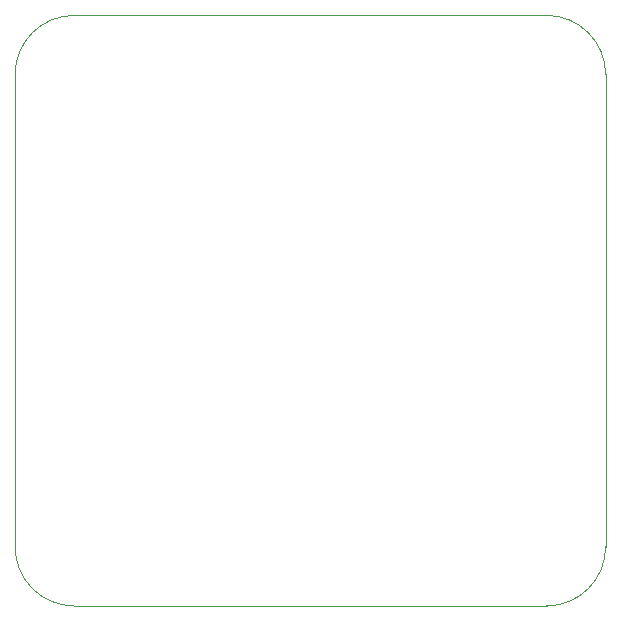
<source format=gbr>
%TF.GenerationSoftware,KiCad,Pcbnew,(5.1.8-0-10_14)*%
%TF.CreationDate,2021-03-06T23:03:25+08:00*%
%TF.ProjectId,batt_board,62617474-5f62-46f6-9172-642e6b696361,v1.0.0*%
%TF.SameCoordinates,Original*%
%TF.FileFunction,Profile,NP*%
%FSLAX46Y46*%
G04 Gerber Fmt 4.6, Leading zero omitted, Abs format (unit mm)*
G04 Created by KiCad (PCBNEW (5.1.8-0-10_14)) date 2021-03-06 23:03:25*
%MOMM*%
%LPD*%
G01*
G04 APERTURE LIST*
%TA.AperFunction,Profile*%
%ADD10C,0.050000*%
%TD*%
G04 APERTURE END LIST*
D10*
X160000000Y-60000000D02*
G75*
G02*
X165000000Y-65000000I0J-5000000D01*
G01*
X115000000Y-65000000D02*
G75*
G02*
X120000000Y-60000000I5000000J0D01*
G01*
X165000000Y-105000000D02*
G75*
G02*
X160000000Y-110000000I-5000000J0D01*
G01*
X120000000Y-110000000D02*
G75*
G02*
X115000000Y-105000000I0J5000000D01*
G01*
X165000000Y-65000000D02*
X165000000Y-105000000D01*
X120000000Y-60000000D02*
X160000000Y-60000000D01*
X120000000Y-110000000D02*
X160000000Y-110000000D01*
X115000000Y-65000000D02*
X115000000Y-105000000D01*
M02*

</source>
